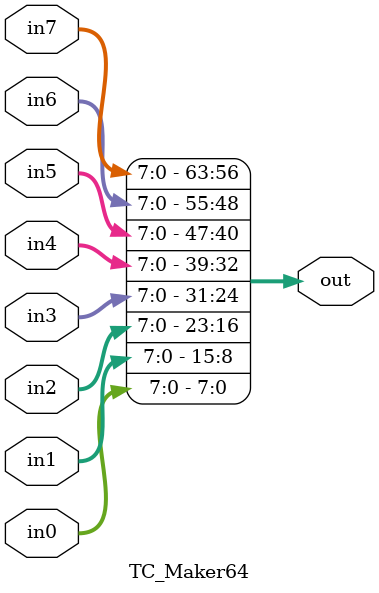
<source format=v>
module TC_Maker64 (in0, in1, in2, in3, in4, in5, in6, in7, out);
    parameter UUID = 0;
    parameter NAME = "";
    input [7:0] in0;
    input [7:0] in1;
    input [7:0] in2;
    input [7:0] in3;
    input [7:0] in4;
    input [7:0] in5;
    input [7:0] in6;
    input [7:0] in7;
    output [63:0] out;
    
    assign out = {in7, in6, in5, in4, in3, in2, in1, in0};
endmodule

</source>
